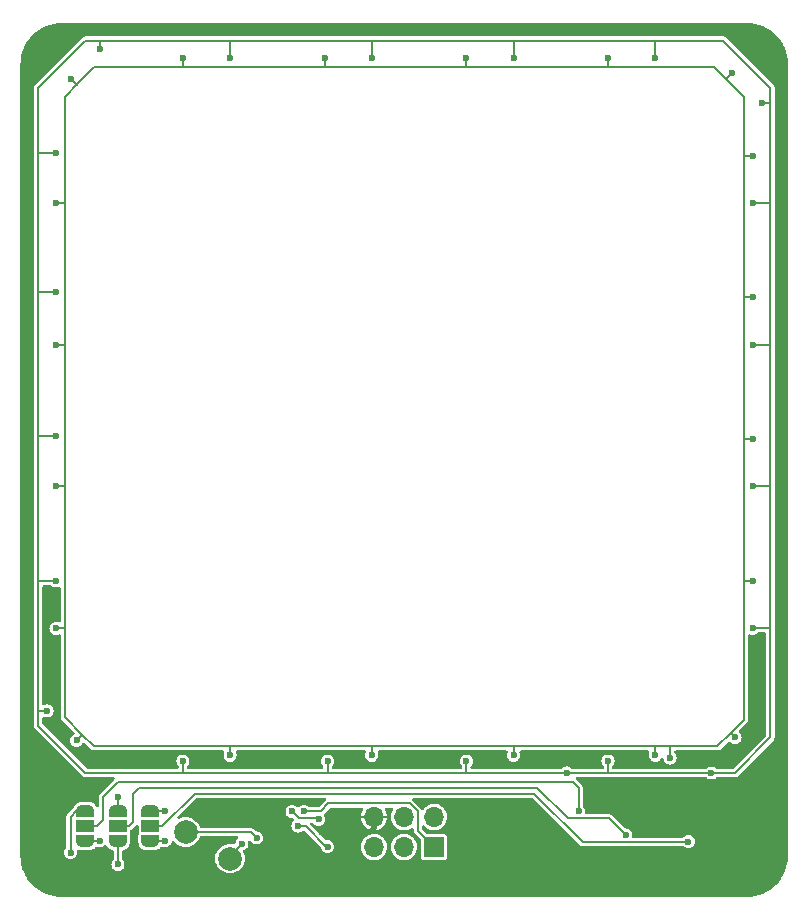
<source format=gbl>
G04 #@! TF.GenerationSoftware,KiCad,Pcbnew,8.0.5-1.fc40*
G04 #@! TF.CreationDate,2024-11-12T05:50:39-08:00*
G04 #@! TF.ProjectId,2024-supercon-sign-sao,32303234-2d73-4757-9065-72636f6e2d73,rev?*
G04 #@! TF.SameCoordinates,Original*
G04 #@! TF.FileFunction,Copper,L2,Bot*
G04 #@! TF.FilePolarity,Positive*
%FSLAX46Y46*%
G04 Gerber Fmt 4.6, Leading zero omitted, Abs format (unit mm)*
G04 Created by KiCad (PCBNEW 8.0.5-1.fc40) date 2024-11-12 05:50:39*
%MOMM*%
%LPD*%
G01*
G04 APERTURE LIST*
G04 Aperture macros list*
%AMFreePoly0*
4,1,19,0.550000,-0.750000,0.000000,-0.750000,0.000000,-0.744911,-0.071157,-0.744911,-0.207708,-0.704816,-0.327430,-0.627875,-0.420627,-0.520320,-0.479746,-0.390866,-0.500000,-0.250000,-0.500000,0.250000,-0.479746,0.390866,-0.420627,0.520320,-0.327430,0.627875,-0.207708,0.704816,-0.071157,0.744911,0.000000,0.744911,0.000000,0.750000,0.550000,0.750000,0.550000,-0.750000,0.550000,-0.750000,
$1*%
%AMFreePoly1*
4,1,19,0.000000,0.744911,0.071157,0.744911,0.207708,0.704816,0.327430,0.627875,0.420627,0.520320,0.479746,0.390866,0.500000,0.250000,0.500000,-0.250000,0.479746,-0.390866,0.420627,-0.520320,0.327430,-0.627875,0.207708,-0.704816,0.071157,-0.744911,0.000000,-0.744911,0.000000,-0.750000,-0.550000,-0.750000,-0.550000,0.750000,0.000000,0.750000,0.000000,0.744911,0.000000,0.744911,
$1*%
G04 Aperture macros list end*
G04 #@! TA.AperFunction,SMDPad,CuDef*
%ADD10FreePoly0,270.000000*%
G04 #@! TD*
G04 #@! TA.AperFunction,SMDPad,CuDef*
%ADD11R,1.500000X1.000000*%
G04 #@! TD*
G04 #@! TA.AperFunction,SMDPad,CuDef*
%ADD12FreePoly1,270.000000*%
G04 #@! TD*
G04 #@! TA.AperFunction,SMDPad,CuDef*
%ADD13C,2.000000*%
G04 #@! TD*
G04 #@! TA.AperFunction,ComponentPad*
%ADD14R,1.700000X1.700000*%
G04 #@! TD*
G04 #@! TA.AperFunction,ComponentPad*
%ADD15O,1.700000X1.700000*%
G04 #@! TD*
G04 #@! TA.AperFunction,ViaPad*
%ADD16C,0.600000*%
G04 #@! TD*
G04 #@! TA.AperFunction,Conductor*
%ADD17C,0.400000*%
G04 #@! TD*
G04 #@! TA.AperFunction,Conductor*
%ADD18C,0.200000*%
G04 #@! TD*
G04 APERTURE END LIST*
D10*
G04 #@! TO.P,JP3,1,A*
G04 #@! TO.N,/LEDCTRL2B*
X104500000Y-133200000D03*
D11*
G04 #@! TO.P,JP3,2,C*
G04 #@! TO.N,Net-(JP3-C)*
X104500000Y-134500000D03*
D12*
G04 #@! TO.P,JP3,3,B*
G04 #@! TO.N,/LEDCTRL2A*
X104500000Y-135800000D03*
G04 #@! TD*
D13*
G04 #@! TO.P,PD6,1,1*
G04 #@! TO.N,Net-(U1-PD6)*
X107500000Y-135000000D03*
G04 #@! TD*
G04 #@! TO.P,~{NRST},1,1*
G04 #@! TO.N,/~{NRST}*
X111250000Y-137250000D03*
G04 #@! TD*
D14*
G04 #@! TO.P,J1,1,Pin_1*
G04 #@! TO.N,/GPIO*
X128525000Y-136275000D03*
D15*
G04 #@! TO.P,J1,2,Pin_2*
G04 #@! TO.N,/SWIO*
X128525000Y-133735000D03*
G04 #@! TO.P,J1,3,Pin_3*
G04 #@! TO.N,/SCL*
X125985000Y-136275000D03*
G04 #@! TO.P,J1,4,Pin_4*
G04 #@! TO.N,/SDA*
X125985000Y-133735000D03*
G04 #@! TO.P,J1,5,Pin_5*
G04 #@! TO.N,GND*
X123445001Y-136275000D03*
G04 #@! TO.P,J1,6,Pin_6*
G04 #@! TO.N,+3.3V*
X123445000Y-133735000D03*
G04 #@! TD*
D10*
G04 #@! TO.P,JP1,1,A*
G04 #@! TO.N,/LEDCTRL0B*
X99000000Y-133200000D03*
D11*
G04 #@! TO.P,JP1,2,C*
G04 #@! TO.N,Net-(JP1-C)*
X99000000Y-134500000D03*
D12*
G04 #@! TO.P,JP1,3,B*
G04 #@! TO.N,/LEDCTRL0A*
X99000000Y-135800000D03*
G04 #@! TD*
D10*
G04 #@! TO.P,JP2,1,A*
G04 #@! TO.N,/LEDCTRL1B*
X101750000Y-133200000D03*
D11*
G04 #@! TO.P,JP2,2,C*
G04 #@! TO.N,Net-(JP2-C)*
X101750000Y-134500000D03*
D12*
G04 #@! TO.P,JP2,3,B*
G04 #@! TO.N,/LEDCTRL1A*
X101750000Y-135800000D03*
G04 #@! TD*
D16*
G04 #@! TO.N,+3.3V*
X147750000Y-129250000D03*
X119000000Y-135000000D03*
X132000000Y-135000000D03*
X140250000Y-128750000D03*
X104250000Y-128750000D03*
X132000000Y-133000000D03*
X132000000Y-134000000D03*
X131000000Y-137000000D03*
X136500000Y-128750000D03*
X131000000Y-134000000D03*
X132000000Y-136000000D03*
X155000000Y-127000000D03*
X124500000Y-128750000D03*
X131000000Y-136000000D03*
X132500000Y-128750000D03*
X112500000Y-128750000D03*
X143000000Y-131250000D03*
X131000000Y-135000000D03*
X151250000Y-131000000D03*
X120500000Y-128750000D03*
X100500000Y-128750000D03*
X108250000Y-128750000D03*
X132000000Y-137000000D03*
X116000000Y-128750000D03*
X147000000Y-131000000D03*
X128000000Y-128750000D03*
X131000000Y-133000000D03*
G04 #@! TO.N,/SWIO*
X118750000Y-133940000D03*
X116500000Y-133250000D03*
G04 #@! TO.N,/GPIO*
X117500000Y-133250000D03*
G04 #@! TO.N,/LEDCTRL0B*
X97750000Y-136750000D03*
G04 #@! TO.N,/LEDCTRL0A*
X100250000Y-135750000D03*
G04 #@! TO.N,Net-(JP1-C)*
X140750000Y-133250000D03*
G04 #@! TO.N,Net-(JP2-C)*
X144750000Y-135250000D03*
G04 #@! TO.N,/LEDCTRL1B*
X101750000Y-132000000D03*
G04 #@! TO.N,/LEDCTRL1A*
X101750000Y-137750000D03*
G04 #@! TO.N,Net-(JP3-C)*
X150050000Y-135809999D03*
G04 #@! TO.N,/LED0_CATHODE*
X135250000Y-69500000D03*
X131250000Y-129000000D03*
X139750000Y-130000000D03*
X155500000Y-93750000D03*
X100250000Y-68750000D03*
X119500000Y-129000000D03*
X147250000Y-69500000D03*
X107250000Y-129000000D03*
X96500000Y-77500000D03*
X155500000Y-105750000D03*
X96500000Y-101500000D03*
X143250000Y-129000000D03*
X156250000Y-73250000D03*
X111250000Y-69500000D03*
X155500000Y-81750000D03*
X155500000Y-117750000D03*
X96500000Y-89250000D03*
X152000000Y-130000000D03*
X96500000Y-113750000D03*
X123250000Y-69500000D03*
X95750000Y-124750000D03*
G04 #@! TO.N,/LED2_CATHODE*
X131250000Y-69500000D03*
X96500000Y-81750000D03*
X123250000Y-128500000D03*
X155500000Y-77750000D03*
X155500000Y-113750000D03*
X98250000Y-127250000D03*
X111250000Y-128500000D03*
X96500000Y-105750000D03*
X153750000Y-70750000D03*
X96500000Y-117750000D03*
X119250000Y-69500000D03*
X96500000Y-93750000D03*
X148500000Y-128750000D03*
X155500000Y-101750000D03*
X107250000Y-69500000D03*
X143250000Y-69500000D03*
X154000000Y-127000000D03*
X135250000Y-128500000D03*
X97750000Y-71250000D03*
X155500000Y-89750000D03*
X147250000Y-128500000D03*
G04 #@! TO.N,/~{NRST}*
X112250000Y-136000000D03*
G04 #@! TO.N,Net-(U1-PD6)*
X113500000Y-135500000D03*
G04 #@! TO.N,/LEDCTRL2A*
X105750000Y-135750000D03*
G04 #@! TO.N,/LEDCTRL2B*
X117000000Y-134500000D03*
X105750000Y-133250000D03*
X119500000Y-136250000D03*
G04 #@! TD*
D17*
G04 #@! TO.N,+3.3V*
X123445000Y-133735000D02*
X123445000Y-134555000D01*
X123000000Y-135000000D02*
X122000000Y-135000000D01*
X123000000Y-135000000D02*
X123445000Y-134555000D01*
D18*
G04 #@! TO.N,/SWIO*
X118660000Y-133850000D02*
X118750000Y-133940000D01*
X116500000Y-133250000D02*
X117100000Y-133850000D01*
X117100000Y-133850000D02*
X118660000Y-133850000D01*
G04 #@! TO.N,/GPIO*
X128525000Y-136275000D02*
X127135000Y-134885000D01*
X117500000Y-133250000D02*
X118908529Y-133250000D01*
X119573529Y-132585000D02*
X118908529Y-133250000D01*
X126461346Y-132585000D02*
X119573529Y-132585000D01*
X127135000Y-134885000D02*
X127135000Y-133258654D01*
X127135000Y-133258654D02*
X126461346Y-132585000D01*
G04 #@! TO.N,/LEDCTRL0B*
X98245000Y-133200000D02*
X99000000Y-133200000D01*
X97750000Y-133695000D02*
X98245000Y-133200000D01*
X97750000Y-136750000D02*
X97750000Y-133695000D01*
G04 #@! TO.N,/LEDCTRL0A*
X100250000Y-135750000D02*
X99050000Y-135750000D01*
X99050000Y-135750000D02*
X99000000Y-135800000D01*
G04 #@! TO.N,Net-(JP1-C)*
X100500000Y-133950000D02*
X100500000Y-132000000D01*
X99000000Y-134500000D02*
X99950000Y-134500000D01*
X99950000Y-134500000D02*
X100500000Y-133950000D01*
X140250000Y-130750000D02*
X140750000Y-131250000D01*
X140750000Y-131250000D02*
X140750000Y-133250000D01*
X100500000Y-132000000D02*
X101750000Y-130750000D01*
X101750000Y-130750000D02*
X140250000Y-130750000D01*
G04 #@! TO.N,Net-(JP2-C)*
X139850000Y-133850000D02*
X137250000Y-131250000D01*
X103500000Y-131250000D02*
X103000000Y-131750000D01*
X102700000Y-134500000D02*
X101750000Y-134500000D01*
X143350000Y-133850000D02*
X139850000Y-133850000D01*
X103000000Y-134200000D02*
X102700000Y-134500000D01*
X137250000Y-131250000D02*
X103500000Y-131250000D01*
X103000000Y-131750000D02*
X103000000Y-134200000D01*
X144750000Y-135250000D02*
X143350000Y-133850000D01*
G04 #@! TO.N,/LEDCTRL1B*
X101750000Y-132000000D02*
X101750000Y-133200000D01*
G04 #@! TO.N,/LEDCTRL1A*
X101750000Y-137750000D02*
X101750000Y-135800000D01*
G04 #@! TO.N,Net-(JP3-C)*
X137000000Y-131750000D02*
X141100000Y-135850000D01*
X141100000Y-135850000D02*
X150009999Y-135850000D01*
X104500000Y-134500000D02*
X105500000Y-134500000D01*
X108250000Y-131750000D02*
X137000000Y-131750000D01*
X150009999Y-135850000D02*
X150050000Y-135809999D01*
X105500000Y-134500000D02*
X108250000Y-131750000D01*
G04 #@! TO.N,/LED0_CATHODE*
X95000000Y-124750000D02*
X95000000Y-126000000D01*
X119500000Y-129000000D02*
X119500000Y-130000000D01*
X95000000Y-72000000D02*
X99000000Y-68000000D01*
X131250000Y-129000000D02*
X131250000Y-130000000D01*
X154000000Y-130000000D02*
X157000000Y-127000000D01*
X147250000Y-68000000D02*
X135250000Y-68000000D01*
X135250000Y-68000000D02*
X123250000Y-68000000D01*
X96500000Y-113750000D02*
X95000000Y-113750000D01*
X95750000Y-124750000D02*
X95000000Y-124750000D01*
X99000000Y-130000000D02*
X107250000Y-130000000D01*
X155500000Y-105750000D02*
X157000000Y-105750000D01*
X157000000Y-73250000D02*
X157000000Y-72000000D01*
X155500000Y-117750000D02*
X157000000Y-117750000D01*
X152000000Y-130000000D02*
X154000000Y-130000000D01*
X107250000Y-130000000D02*
X119500000Y-130000000D01*
X157000000Y-93750000D02*
X157000000Y-81750000D01*
X135250000Y-69500000D02*
X135250000Y-68000000D01*
X111250000Y-69500000D02*
X111250000Y-68000000D01*
X123250000Y-68000000D02*
X111250000Y-68000000D01*
X157000000Y-105750000D02*
X157000000Y-93750000D01*
X96500000Y-101500000D02*
X95000000Y-101500000D01*
X156250000Y-73250000D02*
X157000000Y-73250000D01*
X99000000Y-68000000D02*
X100250000Y-68000000D01*
X153000000Y-68000000D02*
X147250000Y-68000000D01*
X96500000Y-77500000D02*
X95000000Y-77500000D01*
X131250000Y-130000000D02*
X139750000Y-130000000D01*
X143250000Y-130000000D02*
X152000000Y-130000000D01*
X100250000Y-68750000D02*
X100250000Y-68000000D01*
X155500000Y-93750000D02*
X157000000Y-93750000D01*
X107250000Y-129000000D02*
X107250000Y-130000000D01*
X157000000Y-127000000D02*
X157000000Y-117750000D01*
X119500000Y-130000000D02*
X131250000Y-130000000D01*
X96500000Y-89250000D02*
X95000000Y-89250000D01*
X155500000Y-81750000D02*
X157000000Y-81750000D01*
X95000000Y-126000000D02*
X99000000Y-130000000D01*
X147250000Y-69500000D02*
X147250000Y-68000000D01*
X123250000Y-69500000D02*
X123250000Y-68000000D01*
X95000000Y-77500000D02*
X95000000Y-72000000D01*
X95000000Y-89250000D02*
X95000000Y-101500000D01*
X95000000Y-113750000D02*
X95000000Y-124750000D01*
X111250000Y-68000000D02*
X100250000Y-68000000D01*
X139750000Y-130000000D02*
X143250000Y-130000000D01*
X95000000Y-89250000D02*
X95000000Y-77500000D01*
X157000000Y-72000000D02*
X153000000Y-68000000D01*
X95000000Y-101500000D02*
X95000000Y-113750000D01*
X143250000Y-129000000D02*
X143250000Y-130000000D01*
X157000000Y-117750000D02*
X157000000Y-105750000D01*
X157000000Y-81750000D02*
X157000000Y-73250000D01*
G04 #@! TO.N,/LED2_CATHODE*
X147250000Y-127750000D02*
X148500000Y-127750000D01*
X98750000Y-126750000D02*
X98250000Y-127250000D01*
X154750000Y-113750000D02*
X154750000Y-101750000D01*
X123250000Y-127750000D02*
X135250000Y-127750000D01*
X97250000Y-105750000D02*
X96500000Y-105750000D01*
X97250000Y-105750000D02*
X97250000Y-117750000D01*
X153250000Y-71250000D02*
X152250000Y-70250000D01*
X96500000Y-81750000D02*
X97250000Y-81750000D01*
X154750000Y-72750000D02*
X154750000Y-77750000D01*
X154750000Y-89750000D02*
X155500000Y-89750000D01*
X97250000Y-117750000D02*
X97250000Y-125250000D01*
X135250000Y-127750000D02*
X147250000Y-127750000D01*
X154750000Y-125500000D02*
X154750000Y-113750000D01*
X119250000Y-70250000D02*
X99750000Y-70250000D01*
X99750000Y-70250000D02*
X98375000Y-71625000D01*
X152500000Y-127750000D02*
X153625000Y-126625000D01*
X148500000Y-127750000D02*
X152500000Y-127750000D01*
X147250000Y-127750000D02*
X147250000Y-128500000D01*
X98375000Y-71625000D02*
X98250000Y-71750000D01*
X97250000Y-81750000D02*
X97250000Y-72750000D01*
X97250000Y-81750000D02*
X97250000Y-93750000D01*
X97250000Y-125250000D02*
X98750000Y-126750000D01*
X111250000Y-127750000D02*
X123250000Y-127750000D01*
X154750000Y-89750000D02*
X154750000Y-77750000D01*
X153625000Y-126625000D02*
X154750000Y-125500000D01*
X131250000Y-70250000D02*
X119250000Y-70250000D01*
X143250000Y-70250000D02*
X131250000Y-70250000D01*
X97250000Y-117750000D02*
X96500000Y-117750000D01*
X111250000Y-127750000D02*
X111250000Y-128500000D01*
X154750000Y-113750000D02*
X155500000Y-113750000D01*
X97750000Y-71250000D02*
X98250000Y-71750000D01*
X153250000Y-71250000D02*
X154750000Y-72750000D01*
X154750000Y-77750000D02*
X155500000Y-77750000D01*
X97250000Y-72750000D02*
X98375000Y-71625000D01*
X154750000Y-101750000D02*
X154750000Y-89750000D01*
X97250000Y-93750000D02*
X97250000Y-105750000D01*
X153750000Y-70750000D02*
X153250000Y-71250000D01*
X98750000Y-126750000D02*
X99750000Y-127750000D01*
X107250000Y-69500000D02*
X107250000Y-70250000D01*
X131250000Y-69500000D02*
X131250000Y-70250000D01*
X99750000Y-127750000D02*
X111250000Y-127750000D01*
X152250000Y-70250000D02*
X143250000Y-70250000D01*
X123250000Y-127750000D02*
X123250000Y-128500000D01*
X97250000Y-93750000D02*
X96500000Y-93750000D01*
X154750000Y-101750000D02*
X155500000Y-101750000D01*
X148500000Y-128750000D02*
X148500000Y-127750000D01*
X135250000Y-127750000D02*
X135250000Y-128500000D01*
X119250000Y-69500000D02*
X119250000Y-70250000D01*
X153625000Y-126625000D02*
X154000000Y-127000000D01*
X143250000Y-69500000D02*
X143250000Y-70250000D01*
G04 #@! TO.N,/~{NRST}*
X111250000Y-137250000D02*
X111250000Y-137000000D01*
X111250000Y-137000000D02*
X112250000Y-136000000D01*
G04 #@! TO.N,Net-(U1-PD6)*
X113000000Y-135000000D02*
X107500000Y-135000000D01*
X113500000Y-135500000D02*
X113000000Y-135000000D01*
G04 #@! TO.N,/LEDCTRL2A*
X105750000Y-135750000D02*
X104550000Y-135750000D01*
X104550000Y-135750000D02*
X104500000Y-135800000D01*
G04 #@! TO.N,/LEDCTRL2B*
X119401471Y-136250000D02*
X117651471Y-134500000D01*
X117651471Y-134500000D02*
X117000000Y-134500000D01*
X119500000Y-136250000D02*
X119401471Y-136250000D01*
X105750000Y-133250000D02*
X104550000Y-133250000D01*
X104550000Y-133250000D02*
X104500000Y-133200000D01*
G04 #@! TD*
G04 #@! TA.AperFunction,Conductor*
G04 #@! TO.N,+3.3V*
G36*
X96080947Y-114120185D02*
G01*
X96100412Y-114138086D01*
X96101628Y-114136871D01*
X96107372Y-114142615D01*
X96107377Y-114142619D01*
X96107379Y-114142621D01*
X96222375Y-114230861D01*
X96222376Y-114230861D01*
X96222377Y-114230862D01*
X96267013Y-114249350D01*
X96356291Y-114286330D01*
X96483280Y-114303048D01*
X96499999Y-114305250D01*
X96500000Y-114305250D01*
X96500001Y-114305250D01*
X96514977Y-114303278D01*
X96643709Y-114286330D01*
X96728048Y-114251395D01*
X96797517Y-114243927D01*
X96859996Y-114275202D01*
X96895648Y-114335291D01*
X96899500Y-114365957D01*
X96899500Y-117134042D01*
X96879815Y-117201081D01*
X96827011Y-117246836D01*
X96757853Y-117256780D01*
X96728049Y-117248604D01*
X96696046Y-117235348D01*
X96643709Y-117213670D01*
X96548088Y-117201081D01*
X96500001Y-117194750D01*
X96499999Y-117194750D01*
X96356291Y-117213670D01*
X96356287Y-117213671D01*
X96222377Y-117269137D01*
X96107379Y-117357379D01*
X96019137Y-117472377D01*
X95963671Y-117606287D01*
X95963670Y-117606291D01*
X95944750Y-117749999D01*
X95944750Y-117750000D01*
X95963670Y-117893708D01*
X95963671Y-117893712D01*
X96019137Y-118027622D01*
X96019138Y-118027624D01*
X96019139Y-118027625D01*
X96107379Y-118142621D01*
X96222375Y-118230861D01*
X96222376Y-118230861D01*
X96222377Y-118230862D01*
X96267013Y-118249350D01*
X96356291Y-118286330D01*
X96483280Y-118303048D01*
X96499999Y-118305250D01*
X96500000Y-118305250D01*
X96500001Y-118305250D01*
X96514977Y-118303278D01*
X96643709Y-118286330D01*
X96728048Y-118251395D01*
X96797517Y-118243927D01*
X96859996Y-118275202D01*
X96895648Y-118335291D01*
X96899500Y-118365957D01*
X96899500Y-125296144D01*
X96901459Y-125303455D01*
X96917858Y-125364657D01*
X96917874Y-125364714D01*
X96923386Y-125385289D01*
X96969527Y-125465208D01*
X96969529Y-125465211D01*
X96969530Y-125465212D01*
X97550462Y-126046144D01*
X98054048Y-126549729D01*
X98087533Y-126611052D01*
X98082549Y-126680744D01*
X98040677Y-126736677D01*
X98013822Y-126751970D01*
X97972377Y-126769137D01*
X97857379Y-126857379D01*
X97769137Y-126972377D01*
X97713671Y-127106287D01*
X97713670Y-127106291D01*
X97699331Y-127215208D01*
X97694750Y-127250000D01*
X97713526Y-127392619D01*
X97713670Y-127393708D01*
X97713671Y-127393712D01*
X97769137Y-127527622D01*
X97769138Y-127527623D01*
X97769139Y-127527625D01*
X97857379Y-127642621D01*
X97972375Y-127730861D01*
X98106291Y-127786330D01*
X98233280Y-127803048D01*
X98249999Y-127805250D01*
X98250000Y-127805250D01*
X98250001Y-127805250D01*
X98264977Y-127803278D01*
X98393709Y-127786330D01*
X98527625Y-127730861D01*
X98642621Y-127642621D01*
X98730861Y-127527625D01*
X98748028Y-127486179D01*
X98791865Y-127431778D01*
X98858159Y-127409711D01*
X98925859Y-127426989D01*
X98950269Y-127445951D01*
X99534788Y-128030470D01*
X99614712Y-128076614D01*
X99703856Y-128100500D01*
X99703857Y-128100500D01*
X99796144Y-128100500D01*
X110634043Y-128100500D01*
X110701082Y-128120185D01*
X110746837Y-128172989D01*
X110756781Y-128242147D01*
X110748604Y-128271952D01*
X110713671Y-128356287D01*
X110713670Y-128356291D01*
X110694750Y-128499999D01*
X110694750Y-128500000D01*
X110713670Y-128643708D01*
X110713671Y-128643712D01*
X110769137Y-128777622D01*
X110769138Y-128777624D01*
X110769139Y-128777625D01*
X110857379Y-128892621D01*
X110972375Y-128980861D01*
X111106291Y-129036330D01*
X111233280Y-129053048D01*
X111249999Y-129055250D01*
X111250000Y-129055250D01*
X111250001Y-129055250D01*
X111264977Y-129053278D01*
X111393709Y-129036330D01*
X111527625Y-128980861D01*
X111642621Y-128892621D01*
X111730861Y-128777625D01*
X111786330Y-128643709D01*
X111805250Y-128500000D01*
X111786330Y-128356291D01*
X111751395Y-128271951D01*
X111743927Y-128202483D01*
X111775202Y-128140004D01*
X111835291Y-128104352D01*
X111865957Y-128100500D01*
X122634043Y-128100500D01*
X122701082Y-128120185D01*
X122746837Y-128172989D01*
X122756781Y-128242147D01*
X122748604Y-128271952D01*
X122713671Y-128356287D01*
X122713670Y-128356291D01*
X122694750Y-128499999D01*
X122694750Y-128500000D01*
X122713670Y-128643708D01*
X122713671Y-128643712D01*
X122769137Y-128777622D01*
X122769138Y-128777624D01*
X122769139Y-128777625D01*
X122857379Y-128892621D01*
X122972375Y-128980861D01*
X123106291Y-129036330D01*
X123233280Y-129053048D01*
X123249999Y-129055250D01*
X123250000Y-129055250D01*
X123250001Y-129055250D01*
X123264977Y-129053278D01*
X123393709Y-129036330D01*
X123527625Y-128980861D01*
X123642621Y-128892621D01*
X123730861Y-128777625D01*
X123786330Y-128643709D01*
X123805250Y-128500000D01*
X123786330Y-128356291D01*
X123751395Y-128271951D01*
X123743927Y-128202483D01*
X123775202Y-128140004D01*
X123835291Y-128104352D01*
X123865957Y-128100500D01*
X134634043Y-128100500D01*
X134701082Y-128120185D01*
X134746837Y-128172989D01*
X134756781Y-128242147D01*
X134748604Y-128271952D01*
X134713671Y-128356287D01*
X134713670Y-128356291D01*
X134694750Y-128499999D01*
X134694750Y-128500000D01*
X134713670Y-128643708D01*
X134713671Y-128643712D01*
X134769137Y-128777622D01*
X134769138Y-128777624D01*
X134769139Y-128777625D01*
X134857379Y-128892621D01*
X134972375Y-128980861D01*
X135106291Y-129036330D01*
X135233280Y-129053048D01*
X135249999Y-129055250D01*
X135250000Y-129055250D01*
X135250001Y-129055250D01*
X135264977Y-129053278D01*
X135393709Y-129036330D01*
X135527625Y-128980861D01*
X135642621Y-128892621D01*
X135730861Y-128777625D01*
X135786330Y-128643709D01*
X135805250Y-128500000D01*
X135786330Y-128356291D01*
X135751395Y-128271951D01*
X135743927Y-128202483D01*
X135775202Y-128140004D01*
X135835291Y-128104352D01*
X135865957Y-128100500D01*
X146634043Y-128100500D01*
X146701082Y-128120185D01*
X146746837Y-128172989D01*
X146756781Y-128242147D01*
X146748604Y-128271952D01*
X146713671Y-128356287D01*
X146713670Y-128356291D01*
X146694750Y-128499999D01*
X146694750Y-128500000D01*
X146713670Y-128643708D01*
X146713671Y-128643712D01*
X146769137Y-128777622D01*
X146769138Y-128777624D01*
X146769139Y-128777625D01*
X146857379Y-128892621D01*
X146972375Y-128980861D01*
X147106291Y-129036330D01*
X147233280Y-129053048D01*
X147249999Y-129055250D01*
X147250000Y-129055250D01*
X147250001Y-129055250D01*
X147264977Y-129053278D01*
X147393709Y-129036330D01*
X147527625Y-128980861D01*
X147642621Y-128892621D01*
X147730861Y-128777625D01*
X147730862Y-128777622D01*
X147734290Y-128773155D01*
X147790718Y-128731952D01*
X147860464Y-128727797D01*
X147921384Y-128762009D01*
X147954137Y-128823726D01*
X147955605Y-128832454D01*
X147961924Y-128880448D01*
X147963526Y-128892619D01*
X147963670Y-128893708D01*
X147963671Y-128893712D01*
X148019137Y-129027622D01*
X148019138Y-129027624D01*
X148019139Y-129027625D01*
X148107379Y-129142621D01*
X148222375Y-129230861D01*
X148356291Y-129286330D01*
X148483280Y-129303048D01*
X148499999Y-129305250D01*
X148500000Y-129305250D01*
X148500001Y-129305250D01*
X148514977Y-129303278D01*
X148643709Y-129286330D01*
X148777625Y-129230861D01*
X148892621Y-129142621D01*
X148980861Y-129027625D01*
X149036330Y-128893709D01*
X149055250Y-128750000D01*
X149036330Y-128606291D01*
X148999350Y-128517013D01*
X148980862Y-128472377D01*
X148980861Y-128472376D01*
X148980861Y-128472375D01*
X148892621Y-128357379D01*
X148892619Y-128357377D01*
X148892615Y-128357372D01*
X148886871Y-128351628D01*
X148889387Y-128349111D01*
X148857797Y-128305817D01*
X148850500Y-128263908D01*
X148850500Y-128224500D01*
X148870185Y-128157461D01*
X148922989Y-128111706D01*
X148974500Y-128100500D01*
X152546142Y-128100500D01*
X152546144Y-128100500D01*
X152635288Y-128076614D01*
X152715212Y-128030470D01*
X153396980Y-127348699D01*
X153458301Y-127315216D01*
X153527992Y-127320200D01*
X153583033Y-127360893D01*
X153607379Y-127392621D01*
X153722375Y-127480861D01*
X153856291Y-127536330D01*
X153983280Y-127553048D01*
X153999999Y-127555250D01*
X154000000Y-127555250D01*
X154000001Y-127555250D01*
X154014977Y-127553278D01*
X154143709Y-127536330D01*
X154277625Y-127480861D01*
X154392621Y-127392621D01*
X154480861Y-127277625D01*
X154536330Y-127143709D01*
X154555250Y-127000000D01*
X154536330Y-126856291D01*
X154499350Y-126767013D01*
X154480862Y-126722377D01*
X154480861Y-126722376D01*
X154480861Y-126722375D01*
X154392621Y-126607379D01*
X154392619Y-126607378D01*
X154392619Y-126607377D01*
X154378458Y-126596512D01*
X154360895Y-126583034D01*
X154319693Y-126526608D01*
X154315538Y-126456862D01*
X154348699Y-126396981D01*
X155030469Y-125715212D01*
X155076614Y-125635288D01*
X155085935Y-125600500D01*
X155100500Y-125546144D01*
X155100500Y-118365957D01*
X155120185Y-118298918D01*
X155172989Y-118253163D01*
X155242147Y-118243219D01*
X155271950Y-118251395D01*
X155356291Y-118286330D01*
X155483280Y-118303048D01*
X155499999Y-118305250D01*
X155500000Y-118305250D01*
X155500001Y-118305250D01*
X155514977Y-118303278D01*
X155643709Y-118286330D01*
X155777625Y-118230861D01*
X155892621Y-118142621D01*
X155892623Y-118142617D01*
X155892627Y-118142615D01*
X155898372Y-118136871D01*
X155900888Y-118139387D01*
X155944183Y-118107797D01*
X155986092Y-118100500D01*
X156525500Y-118100500D01*
X156592539Y-118120185D01*
X156638294Y-118172989D01*
X156649500Y-118224500D01*
X156649500Y-126803456D01*
X156629815Y-126870495D01*
X156613181Y-126891137D01*
X153891137Y-129613181D01*
X153829814Y-129646666D01*
X153803456Y-129649500D01*
X152486092Y-129649500D01*
X152419053Y-129629815D01*
X152399587Y-129611913D01*
X152398372Y-129613129D01*
X152392627Y-129607384D01*
X152392621Y-129607379D01*
X152277625Y-129519139D01*
X152277624Y-129519138D01*
X152277622Y-129519137D01*
X152143712Y-129463671D01*
X152143710Y-129463670D01*
X152143709Y-129463670D01*
X152071854Y-129454210D01*
X152000001Y-129444750D01*
X151999999Y-129444750D01*
X151856291Y-129463670D01*
X151856287Y-129463671D01*
X151722377Y-129519137D01*
X151607372Y-129607384D01*
X151601628Y-129613129D01*
X151599111Y-129610612D01*
X151555817Y-129642203D01*
X151513908Y-129649500D01*
X143724500Y-129649500D01*
X143657461Y-129629815D01*
X143611706Y-129577011D01*
X143600500Y-129525500D01*
X143600500Y-129486092D01*
X143620185Y-129419053D01*
X143638114Y-129399609D01*
X143636874Y-129398369D01*
X143642619Y-129392623D01*
X143709663Y-129305250D01*
X143730861Y-129277625D01*
X143786330Y-129143709D01*
X143805250Y-129000000D01*
X143786330Y-128856291D01*
X143747278Y-128762009D01*
X143730862Y-128722377D01*
X143730861Y-128722376D01*
X143730861Y-128722375D01*
X143642621Y-128607379D01*
X143527625Y-128519139D01*
X143527624Y-128519138D01*
X143527622Y-128519137D01*
X143393712Y-128463671D01*
X143393710Y-128463670D01*
X143393709Y-128463670D01*
X143321854Y-128454210D01*
X143250001Y-128444750D01*
X143249999Y-128444750D01*
X143106291Y-128463670D01*
X143106287Y-128463671D01*
X142972377Y-128519137D01*
X142857379Y-128607379D01*
X142769137Y-128722377D01*
X142713671Y-128856287D01*
X142713670Y-128856291D01*
X142694750Y-128999999D01*
X142694750Y-129000000D01*
X142713670Y-129143708D01*
X142713671Y-129143712D01*
X142769138Y-129277623D01*
X142769139Y-129277625D01*
X142857380Y-129392623D01*
X142863126Y-129398369D01*
X142860574Y-129400920D01*
X142892091Y-129443873D01*
X142899500Y-129486092D01*
X142899500Y-129525500D01*
X142879815Y-129592539D01*
X142827011Y-129638294D01*
X142775500Y-129649500D01*
X140236092Y-129649500D01*
X140169053Y-129629815D01*
X140149587Y-129611913D01*
X140148372Y-129613129D01*
X140142627Y-129607384D01*
X140142621Y-129607379D01*
X140027625Y-129519139D01*
X140027624Y-129519138D01*
X140027622Y-129519137D01*
X139893712Y-129463671D01*
X139893710Y-129463670D01*
X139893709Y-129463670D01*
X139821854Y-129454210D01*
X139750001Y-129444750D01*
X139749999Y-129444750D01*
X139606291Y-129463670D01*
X139606287Y-129463671D01*
X139472377Y-129519137D01*
X139357372Y-129607384D01*
X139351628Y-129613129D01*
X139349111Y-129610612D01*
X139305817Y-129642203D01*
X139263908Y-129649500D01*
X131724500Y-129649500D01*
X131657461Y-129629815D01*
X131611706Y-129577011D01*
X131600500Y-129525500D01*
X131600500Y-129486092D01*
X131620185Y-129419053D01*
X131638114Y-129399609D01*
X131636874Y-129398369D01*
X131642619Y-129392623D01*
X131709663Y-129305250D01*
X131730861Y-129277625D01*
X131786330Y-129143709D01*
X131805250Y-129000000D01*
X131786330Y-128856291D01*
X131747278Y-128762009D01*
X131730862Y-128722377D01*
X131730861Y-128722376D01*
X131730861Y-128722375D01*
X131642621Y-128607379D01*
X131527625Y-128519139D01*
X131527624Y-128519138D01*
X131527622Y-128519137D01*
X131393712Y-128463671D01*
X131393710Y-128463670D01*
X131393709Y-128463670D01*
X131321854Y-128454210D01*
X131250001Y-128444750D01*
X131249999Y-128444750D01*
X131106291Y-128463670D01*
X131106287Y-128463671D01*
X130972377Y-128519137D01*
X130857379Y-128607379D01*
X130769137Y-128722377D01*
X130713671Y-128856287D01*
X130713670Y-128856291D01*
X130694750Y-128999999D01*
X130694750Y-129000000D01*
X130713670Y-129143708D01*
X130713671Y-129143712D01*
X130769138Y-129277623D01*
X130769139Y-129277625D01*
X130857380Y-129392623D01*
X130863126Y-129398369D01*
X130860574Y-129400920D01*
X130892091Y-129443873D01*
X130899500Y-129486092D01*
X130899500Y-129525500D01*
X130879815Y-129592539D01*
X130827011Y-129638294D01*
X130775500Y-129649500D01*
X119974500Y-129649500D01*
X119907461Y-129629815D01*
X119861706Y-129577011D01*
X119850500Y-129525500D01*
X119850500Y-129486092D01*
X119870185Y-129419053D01*
X119888114Y-129399609D01*
X119886874Y-129398369D01*
X119892619Y-129392623D01*
X119959663Y-129305250D01*
X119980861Y-129277625D01*
X120036330Y-129143709D01*
X120055250Y-129000000D01*
X120036330Y-128856291D01*
X119997278Y-128762009D01*
X119980862Y-128722377D01*
X119980861Y-128722376D01*
X119980861Y-128722375D01*
X119892621Y-128607379D01*
X119777625Y-128519139D01*
X119777624Y-128519138D01*
X119777622Y-128519137D01*
X119643712Y-128463671D01*
X119643710Y-128463670D01*
X119643709Y-128463670D01*
X119571854Y-128454210D01*
X119500001Y-128444750D01*
X119499999Y-128444750D01*
X119356291Y-128463670D01*
X119356287Y-128463671D01*
X119222377Y-128519137D01*
X119107379Y-128607379D01*
X119019137Y-128722377D01*
X118963671Y-128856287D01*
X118963670Y-128856291D01*
X118944750Y-128999999D01*
X118944750Y-129000000D01*
X118963670Y-129143708D01*
X118963671Y-129143712D01*
X119019138Y-129277623D01*
X119019139Y-129277625D01*
X119107380Y-129392623D01*
X119113126Y-129398369D01*
X119110574Y-129400920D01*
X119142091Y-129443873D01*
X119149500Y-129486092D01*
X119149500Y-129525500D01*
X119129815Y-129592539D01*
X119077011Y-129638294D01*
X119025500Y-129649500D01*
X107724500Y-129649500D01*
X107657461Y-129629815D01*
X107611706Y-129577011D01*
X107600500Y-129525500D01*
X107600500Y-129486092D01*
X107620185Y-129419053D01*
X107638114Y-129399609D01*
X107636874Y-129398369D01*
X107642619Y-129392623D01*
X107709663Y-129305250D01*
X107730861Y-129277625D01*
X107786330Y-129143709D01*
X107805250Y-129000000D01*
X107786330Y-128856291D01*
X107747278Y-128762009D01*
X107730862Y-128722377D01*
X107730861Y-128722376D01*
X107730861Y-128722375D01*
X107642621Y-128607379D01*
X107527625Y-128519139D01*
X107527624Y-128519138D01*
X107527622Y-128519137D01*
X107393712Y-128463671D01*
X107393710Y-128463670D01*
X107393709Y-128463670D01*
X107321854Y-128454210D01*
X107250001Y-128444750D01*
X107249999Y-128444750D01*
X107106291Y-128463670D01*
X107106287Y-128463671D01*
X106972377Y-128519137D01*
X106857379Y-128607379D01*
X106769137Y-128722377D01*
X106713671Y-128856287D01*
X106713670Y-128856291D01*
X106694750Y-128999999D01*
X106694750Y-129000000D01*
X106713670Y-129143708D01*
X106713671Y-129143712D01*
X106769138Y-129277623D01*
X106769139Y-129277625D01*
X106857380Y-129392623D01*
X106863126Y-129398369D01*
X106860574Y-129400920D01*
X106892091Y-129443873D01*
X106899500Y-129486092D01*
X106899500Y-129525500D01*
X106879815Y-129592539D01*
X106827011Y-129638294D01*
X106775500Y-129649500D01*
X99196543Y-129649500D01*
X99129504Y-129629815D01*
X99108862Y-129613181D01*
X95386819Y-125891137D01*
X95353334Y-125829814D01*
X95350500Y-125803456D01*
X95350500Y-125365957D01*
X95370185Y-125298918D01*
X95422989Y-125253163D01*
X95492147Y-125243219D01*
X95521950Y-125251395D01*
X95606291Y-125286330D01*
X95733280Y-125303048D01*
X95749999Y-125305250D01*
X95750000Y-125305250D01*
X95750001Y-125305250D01*
X95764977Y-125303278D01*
X95893709Y-125286330D01*
X96027625Y-125230861D01*
X96142621Y-125142621D01*
X96230861Y-125027625D01*
X96286330Y-124893709D01*
X96305250Y-124750000D01*
X96286330Y-124606291D01*
X96230861Y-124472375D01*
X96142621Y-124357379D01*
X96027625Y-124269139D01*
X96027624Y-124269138D01*
X96027622Y-124269137D01*
X95893712Y-124213671D01*
X95893710Y-124213670D01*
X95893709Y-124213670D01*
X95821854Y-124204210D01*
X95750001Y-124194750D01*
X95749999Y-124194750D01*
X95606291Y-124213670D01*
X95521951Y-124248604D01*
X95452482Y-124256072D01*
X95390003Y-124224796D01*
X95354351Y-124164707D01*
X95350500Y-124134042D01*
X95350500Y-114224500D01*
X95370185Y-114157461D01*
X95422989Y-114111706D01*
X95474500Y-114100500D01*
X96013908Y-114100500D01*
X96080947Y-114120185D01*
G37*
G04 #@! TD.AperFunction*
G04 #@! TA.AperFunction,Conductor*
G36*
X155003032Y-66500648D02*
G01*
X155336929Y-66517052D01*
X155349037Y-66518245D01*
X155452146Y-66533539D01*
X155676699Y-66566849D01*
X155688617Y-66569219D01*
X156009951Y-66649709D01*
X156021588Y-66653240D01*
X156092806Y-66678722D01*
X156333467Y-66764832D01*
X156344688Y-66769479D01*
X156644163Y-66911120D01*
X156654871Y-66916844D01*
X156938988Y-67087137D01*
X156949106Y-67093897D01*
X157215170Y-67291224D01*
X157224576Y-67298944D01*
X157470013Y-67521395D01*
X157478604Y-67529986D01*
X157586925Y-67649500D01*
X157701055Y-67775423D01*
X157708775Y-67784829D01*
X157906102Y-68050893D01*
X157912862Y-68061011D01*
X158041776Y-68276092D01*
X158083148Y-68345116D01*
X158088883Y-68355844D01*
X158153349Y-68492147D01*
X158230514Y-68655297D01*
X158235170Y-68666540D01*
X158346759Y-68978411D01*
X158350292Y-68990055D01*
X158430777Y-69311369D01*
X158433151Y-69323305D01*
X158481754Y-69650962D01*
X158482947Y-69663071D01*
X158499351Y-69996966D01*
X158499500Y-70003051D01*
X158499500Y-136996948D01*
X158499351Y-137003033D01*
X158482947Y-137336928D01*
X158481754Y-137349037D01*
X158433151Y-137676694D01*
X158430777Y-137688630D01*
X158350292Y-138009944D01*
X158346759Y-138021588D01*
X158235170Y-138333459D01*
X158230514Y-138344702D01*
X158088885Y-138644151D01*
X158083148Y-138654883D01*
X157912862Y-138938988D01*
X157906102Y-138949106D01*
X157708775Y-139215170D01*
X157701055Y-139224576D01*
X157478611Y-139470006D01*
X157470006Y-139478611D01*
X157224576Y-139701055D01*
X157215170Y-139708775D01*
X156949106Y-139906102D01*
X156938988Y-139912862D01*
X156654883Y-140083148D01*
X156644151Y-140088885D01*
X156344702Y-140230514D01*
X156333459Y-140235170D01*
X156021588Y-140346759D01*
X156009944Y-140350292D01*
X155688630Y-140430777D01*
X155676694Y-140433151D01*
X155349037Y-140481754D01*
X155336928Y-140482947D01*
X155021989Y-140498419D01*
X155003031Y-140499351D01*
X154996949Y-140499500D01*
X97003051Y-140499500D01*
X96996968Y-140499351D01*
X96976900Y-140498365D01*
X96663071Y-140482947D01*
X96650962Y-140481754D01*
X96323305Y-140433151D01*
X96311369Y-140430777D01*
X95990055Y-140350292D01*
X95978411Y-140346759D01*
X95666540Y-140235170D01*
X95655301Y-140230515D01*
X95355844Y-140088883D01*
X95345121Y-140083150D01*
X95061011Y-139912862D01*
X95050893Y-139906102D01*
X94784829Y-139708775D01*
X94775423Y-139701055D01*
X94736475Y-139665755D01*
X94529986Y-139478604D01*
X94521395Y-139470013D01*
X94298944Y-139224576D01*
X94291224Y-139215170D01*
X94093897Y-138949106D01*
X94087137Y-138938988D01*
X93916844Y-138654871D01*
X93911120Y-138644163D01*
X93769479Y-138344688D01*
X93764829Y-138333459D01*
X93747965Y-138286328D01*
X93665868Y-138056881D01*
X93653240Y-138021588D01*
X93649707Y-138009944D01*
X93640958Y-137975015D01*
X93569219Y-137688617D01*
X93566848Y-137676694D01*
X93518245Y-137349037D01*
X93517052Y-137336927D01*
X93513486Y-137264348D01*
X93500649Y-137003032D01*
X93500500Y-136996948D01*
X93500500Y-71953856D01*
X94649500Y-71953856D01*
X94649500Y-126046143D01*
X94673386Y-126135287D01*
X94673387Y-126135290D01*
X94719527Y-126215208D01*
X94719529Y-126215211D01*
X94719530Y-126215212D01*
X98719531Y-130215212D01*
X98784788Y-130280469D01*
X98784791Y-130280470D01*
X98784794Y-130280473D01*
X98864706Y-130326611D01*
X98864707Y-130326611D01*
X98864712Y-130326614D01*
X98953856Y-130350500D01*
X101354456Y-130350500D01*
X101421495Y-130370185D01*
X101467250Y-130422989D01*
X101477194Y-130492147D01*
X101448169Y-130555703D01*
X101442137Y-130562181D01*
X100219531Y-131784785D01*
X100219530Y-131784787D01*
X100214053Y-131794274D01*
X100212974Y-131796144D01*
X100207455Y-131805703D01*
X100173386Y-131864711D01*
X100149500Y-131953856D01*
X100149500Y-132779926D01*
X100129815Y-132846965D01*
X100077011Y-132892720D01*
X100007853Y-132902664D01*
X99944297Y-132873639D01*
X99921185Y-132846966D01*
X99846702Y-132731069D01*
X99799077Y-132676106D01*
X99690427Y-132581961D01*
X99690418Y-132581955D01*
X99690416Y-132581953D01*
X99654131Y-132558634D01*
X99629243Y-132542639D01*
X99629227Y-132542630D01*
X99498457Y-132482910D01*
X99498458Y-132482910D01*
X99428671Y-132462419D01*
X99302332Y-132444255D01*
X99286362Y-132441959D01*
X99213639Y-132441959D01*
X99213635Y-132441959D01*
X99204742Y-132443238D01*
X99187097Y-132444500D01*
X98812903Y-132444500D01*
X98795258Y-132443238D01*
X98786364Y-132441959D01*
X98786361Y-132441959D01*
X98713638Y-132441959D01*
X98571328Y-132462419D01*
X98501542Y-132482910D01*
X98370772Y-132542630D01*
X98370756Y-132542639D01*
X98309588Y-132581950D01*
X98309572Y-132581961D01*
X98200922Y-132676106D01*
X98153297Y-132731069D01*
X98075565Y-132852022D01*
X98065619Y-132873801D01*
X98034564Y-132912814D01*
X98035534Y-132913784D01*
X97469531Y-133479786D01*
X97469527Y-133479791D01*
X97423387Y-133559709D01*
X97423386Y-133559712D01*
X97399500Y-133648856D01*
X97399500Y-136263908D01*
X97379815Y-136330947D01*
X97361913Y-136350412D01*
X97363129Y-136351628D01*
X97357384Y-136357372D01*
X97269137Y-136472377D01*
X97213671Y-136606287D01*
X97213670Y-136606291D01*
X97194750Y-136749999D01*
X97194750Y-136750000D01*
X97213670Y-136893708D01*
X97213671Y-136893712D01*
X97269137Y-137027622D01*
X97269138Y-137027624D01*
X97269139Y-137027625D01*
X97357379Y-137142621D01*
X97472375Y-137230861D01*
X97606291Y-137286330D01*
X97733280Y-137303048D01*
X97749999Y-137305250D01*
X97750000Y-137305250D01*
X97750001Y-137305250D01*
X97764977Y-137303278D01*
X97893709Y-137286330D01*
X98027625Y-137230861D01*
X98142621Y-137142621D01*
X98230861Y-137027625D01*
X98286330Y-136893709D01*
X98305250Y-136750000D01*
X98289294Y-136628806D01*
X98300059Y-136559773D01*
X98346439Y-136507517D01*
X98413708Y-136488631D01*
X98463744Y-136499828D01*
X98501542Y-136517089D01*
X98501546Y-136517091D01*
X98571323Y-136537579D01*
X98571326Y-136537579D01*
X98571328Y-136537580D01*
X98602553Y-136542069D01*
X98713638Y-136558041D01*
X98713639Y-136558041D01*
X98786358Y-136558041D01*
X98786361Y-136558041D01*
X98792955Y-136557092D01*
X98795258Y-136556762D01*
X98812903Y-136555500D01*
X99187097Y-136555500D01*
X99204742Y-136556762D01*
X99207574Y-136557169D01*
X99213639Y-136558041D01*
X99213642Y-136558041D01*
X99286361Y-136558041D01*
X99286362Y-136558041D01*
X99413416Y-136539773D01*
X99428671Y-136537580D01*
X99428671Y-136537579D01*
X99428677Y-136537579D01*
X99498454Y-136517091D01*
X99583871Y-136478082D01*
X99629227Y-136457369D01*
X99629231Y-136457366D01*
X99629239Y-136457363D01*
X99690416Y-136418047D01*
X99690424Y-136418040D01*
X99690427Y-136418038D01*
X99790936Y-136330947D01*
X99799077Y-136323893D01*
X99845614Y-136270186D01*
X99904390Y-136232411D01*
X99974260Y-136232410D01*
X99986775Y-136236825D01*
X100106291Y-136286330D01*
X100233280Y-136303048D01*
X100249999Y-136305250D01*
X100250000Y-136305250D01*
X100250001Y-136305250D01*
X100264977Y-136303278D01*
X100393709Y-136286330D01*
X100527625Y-136230861D01*
X100642621Y-136142621D01*
X100642627Y-136142612D01*
X100643083Y-136142158D01*
X100643568Y-136141892D01*
X100649068Y-136137673D01*
X100649725Y-136138530D01*
X100704403Y-136108668D01*
X100774095Y-136113647D01*
X100830032Y-136155514D01*
X100835086Y-136162792D01*
X100903297Y-136268930D01*
X100950922Y-136323893D01*
X101059572Y-136418038D01*
X101059579Y-136418043D01*
X101059584Y-136418047D01*
X101098600Y-136443121D01*
X101120756Y-136457360D01*
X101120772Y-136457369D01*
X101230582Y-136507517D01*
X101251546Y-136517091D01*
X101310434Y-136534381D01*
X101369212Y-136572155D01*
X101398238Y-136635710D01*
X101399500Y-136653359D01*
X101399500Y-137263908D01*
X101379815Y-137330947D01*
X101361913Y-137350412D01*
X101363129Y-137351628D01*
X101357384Y-137357372D01*
X101269137Y-137472377D01*
X101213671Y-137606287D01*
X101213670Y-137606291D01*
X101194750Y-137749999D01*
X101194750Y-137750000D01*
X101213670Y-137893708D01*
X101213671Y-137893712D01*
X101269137Y-138027622D01*
X101269138Y-138027624D01*
X101269139Y-138027625D01*
X101357379Y-138142621D01*
X101472375Y-138230861D01*
X101606291Y-138286330D01*
X101733280Y-138303048D01*
X101749999Y-138305250D01*
X101750000Y-138305250D01*
X101750001Y-138305250D01*
X101764977Y-138303278D01*
X101893709Y-138286330D01*
X102027625Y-138230861D01*
X102142621Y-138142621D01*
X102230861Y-138027625D01*
X102286330Y-137893709D01*
X102305250Y-137750000D01*
X102286330Y-137606291D01*
X102230861Y-137472375D01*
X102142621Y-137357379D01*
X102142619Y-137357377D01*
X102142615Y-137357372D01*
X102136871Y-137351628D01*
X102139387Y-137349111D01*
X102107797Y-137305817D01*
X102100500Y-137263908D01*
X102100500Y-136653359D01*
X102120185Y-136586320D01*
X102172989Y-136540565D01*
X102189561Y-136534383D01*
X102248454Y-136517091D01*
X102333871Y-136478082D01*
X102379227Y-136457369D01*
X102379231Y-136457366D01*
X102379239Y-136457363D01*
X102440416Y-136418047D01*
X102440424Y-136418040D01*
X102440427Y-136418038D01*
X102549077Y-136323893D01*
X102579830Y-136288402D01*
X102596702Y-136268931D01*
X102674434Y-136147977D01*
X102704644Y-136081826D01*
X102745151Y-135943871D01*
X102755500Y-135871889D01*
X102755500Y-135250000D01*
X102755500Y-135249999D01*
X102755500Y-135249997D01*
X102735402Y-135148960D01*
X102735402Y-135100576D01*
X102750500Y-135024676D01*
X102750500Y-134944481D01*
X102770185Y-134877442D01*
X102822989Y-134831687D01*
X102827863Y-134829937D01*
X102827776Y-134829726D01*
X102835282Y-134826615D01*
X102835288Y-134826614D01*
X102915212Y-134780470D01*
X103280470Y-134415212D01*
X103280470Y-134415211D01*
X103286217Y-134409465D01*
X103288221Y-134411469D01*
X103333546Y-134378371D01*
X103403292Y-134374213D01*
X103464214Y-134408422D01*
X103496970Y-134470137D01*
X103499500Y-134495058D01*
X103499500Y-135024678D01*
X103514597Y-135100577D01*
X103514598Y-135148959D01*
X103494500Y-135250001D01*
X103494500Y-135871889D01*
X103504847Y-135943863D01*
X103504849Y-135943871D01*
X103545356Y-136081826D01*
X103559888Y-136113647D01*
X103575566Y-136147977D01*
X103575568Y-136147982D01*
X103653297Y-136268930D01*
X103700922Y-136323893D01*
X103809572Y-136418038D01*
X103809579Y-136418043D01*
X103809584Y-136418047D01*
X103848600Y-136443121D01*
X103870756Y-136457360D01*
X103870772Y-136457369D01*
X104001542Y-136517089D01*
X104001546Y-136517091D01*
X104071323Y-136537579D01*
X104071326Y-136537579D01*
X104071328Y-136537580D01*
X104102553Y-136542069D01*
X104213638Y-136558041D01*
X104213639Y-136558041D01*
X104286358Y-136558041D01*
X104286361Y-136558041D01*
X104292955Y-136557092D01*
X104295258Y-136556762D01*
X104312903Y-136555500D01*
X104687097Y-136555500D01*
X104704742Y-136556762D01*
X104707574Y-136557169D01*
X104713639Y-136558041D01*
X104713642Y-136558041D01*
X104786361Y-136558041D01*
X104786362Y-136558041D01*
X104913416Y-136539773D01*
X104928671Y-136537580D01*
X104928671Y-136537579D01*
X104928677Y-136537579D01*
X104998454Y-136517091D01*
X105083871Y-136478082D01*
X105129227Y-136457369D01*
X105129231Y-136457366D01*
X105129239Y-136457363D01*
X105190416Y-136418047D01*
X105190424Y-136418040D01*
X105190427Y-136418038D01*
X105290936Y-136330947D01*
X105299077Y-136323893D01*
X105345614Y-136270186D01*
X105404390Y-136232411D01*
X105474260Y-136232410D01*
X105486775Y-136236825D01*
X105606291Y-136286330D01*
X105733280Y-136303048D01*
X105749999Y-136305250D01*
X105750000Y-136305250D01*
X105750001Y-136305250D01*
X105764977Y-136303278D01*
X105893709Y-136286330D01*
X106027625Y-136230861D01*
X106142621Y-136142621D01*
X106230861Y-136027625D01*
X106286330Y-135893709D01*
X106294226Y-135833732D01*
X106322493Y-135769837D01*
X106380817Y-135731366D01*
X106450682Y-135730535D01*
X106509905Y-135767607D01*
X106518728Y-135778780D01*
X106538402Y-135806877D01*
X106693123Y-135961598D01*
X106872361Y-136087102D01*
X107070670Y-136179575D01*
X107282023Y-136236207D01*
X107464926Y-136252208D01*
X107499998Y-136255277D01*
X107500000Y-136255277D01*
X107500002Y-136255277D01*
X107528254Y-136252805D01*
X107717977Y-136236207D01*
X107929330Y-136179575D01*
X108127639Y-136087102D01*
X108306877Y-135961598D01*
X108461598Y-135806877D01*
X108587102Y-135627639D01*
X108679575Y-135429330D01*
X108679575Y-135429329D01*
X108681863Y-135424423D01*
X108683616Y-135425240D01*
X108719984Y-135375835D01*
X108785250Y-135350891D01*
X108795092Y-135350500D01*
X111826858Y-135350500D01*
X111893897Y-135370185D01*
X111939652Y-135422989D01*
X111949596Y-135492147D01*
X111920571Y-135555703D01*
X111902345Y-135572875D01*
X111857381Y-135607377D01*
X111769137Y-135722377D01*
X111713671Y-135856287D01*
X111713670Y-135856291D01*
X111703724Y-135931832D01*
X111675456Y-135995728D01*
X111617131Y-136034199D01*
X111548692Y-136035420D01*
X111467977Y-136013793D01*
X111250002Y-135994723D01*
X111249998Y-135994723D01*
X111104682Y-136007436D01*
X111032023Y-136013793D01*
X111032020Y-136013793D01*
X110820677Y-136070422D01*
X110820670Y-136070424D01*
X110820670Y-136070425D01*
X110796223Y-136081825D01*
X110622361Y-136162898D01*
X110622357Y-136162900D01*
X110443121Y-136288402D01*
X110288402Y-136443121D01*
X110162900Y-136622357D01*
X110162898Y-136622361D01*
X110103379Y-136750000D01*
X110077616Y-136805250D01*
X110070426Y-136820668D01*
X110070422Y-136820677D01*
X110013793Y-137032020D01*
X110013793Y-137032024D01*
X109994723Y-137249997D01*
X109994723Y-137250002D01*
X110013793Y-137467975D01*
X110013793Y-137467979D01*
X110070422Y-137679322D01*
X110070424Y-137679326D01*
X110070425Y-137679330D01*
X110103379Y-137750000D01*
X110162897Y-137877638D01*
X110174150Y-137893709D01*
X110288402Y-138056877D01*
X110443123Y-138211598D01*
X110622361Y-138337102D01*
X110820670Y-138429575D01*
X111032023Y-138486207D01*
X111214926Y-138502208D01*
X111249998Y-138505277D01*
X111250000Y-138505277D01*
X111250002Y-138505277D01*
X111278254Y-138502805D01*
X111467977Y-138486207D01*
X111679330Y-138429575D01*
X111877639Y-138337102D01*
X112056877Y-138211598D01*
X112211598Y-138056877D01*
X112337102Y-137877639D01*
X112429575Y-137679330D01*
X112486207Y-137467977D01*
X112505277Y-137250000D01*
X112486207Y-137032023D01*
X112429575Y-136820670D01*
X112367384Y-136687303D01*
X112356893Y-136618228D01*
X112385412Y-136554444D01*
X112432315Y-136520339D01*
X112527625Y-136480861D01*
X112642621Y-136392621D01*
X112730861Y-136277625D01*
X112786330Y-136143709D01*
X112805250Y-136000000D01*
X112786330Y-135856291D01*
X112786329Y-135856289D01*
X112785514Y-135850097D01*
X112796279Y-135781062D01*
X112842659Y-135728806D01*
X112909928Y-135709920D01*
X112976728Y-135730400D01*
X113015840Y-135771911D01*
X113019136Y-135777620D01*
X113019138Y-135777622D01*
X113019139Y-135777625D01*
X113107379Y-135892621D01*
X113222375Y-135980861D01*
X113356291Y-136036330D01*
X113480153Y-136052637D01*
X113499999Y-136055250D01*
X113500000Y-136055250D01*
X113500001Y-136055250D01*
X113519847Y-136052637D01*
X113643709Y-136036330D01*
X113777625Y-135980861D01*
X113892621Y-135892621D01*
X113980861Y-135777625D01*
X114036330Y-135643709D01*
X114055250Y-135500000D01*
X114036330Y-135356291D01*
X113992304Y-135250001D01*
X113980862Y-135222377D01*
X113980861Y-135222376D01*
X113980861Y-135222375D01*
X113892621Y-135107379D01*
X113777625Y-135019139D01*
X113777624Y-135019138D01*
X113777622Y-135019137D01*
X113643712Y-134963671D01*
X113643710Y-134963670D01*
X113643709Y-134963670D01*
X113552638Y-134951680D01*
X113500001Y-134944750D01*
X113491873Y-134944750D01*
X113491873Y-134941243D01*
X113438613Y-134932772D01*
X113404122Y-134908440D01*
X113215213Y-134719531D01*
X113215208Y-134719527D01*
X113135290Y-134673387D01*
X113135289Y-134673386D01*
X113135288Y-134673386D01*
X113046144Y-134649500D01*
X113046143Y-134649500D01*
X108795092Y-134649500D01*
X108728053Y-134629815D01*
X108682298Y-134577011D01*
X108680612Y-134572894D01*
X108679572Y-134570663D01*
X108587102Y-134372362D01*
X108587100Y-134372359D01*
X108587099Y-134372357D01*
X108461599Y-134193124D01*
X108402538Y-134134063D01*
X108306877Y-134038402D01*
X108127639Y-133912898D01*
X108127640Y-133912898D01*
X108127638Y-133912897D01*
X108014199Y-133860000D01*
X107929330Y-133820425D01*
X107929326Y-133820424D01*
X107929322Y-133820422D01*
X107717977Y-133763793D01*
X107500002Y-133744723D01*
X107499998Y-133744723D01*
X107354682Y-133757436D01*
X107282023Y-133763793D01*
X107282020Y-133763793D01*
X107070677Y-133820422D01*
X107070663Y-133820427D01*
X106967117Y-133868712D01*
X106898040Y-133879204D01*
X106834256Y-133850684D01*
X106796017Y-133792207D01*
X106795463Y-133722340D01*
X106827031Y-133668650D01*
X108358862Y-132136818D01*
X108420185Y-132103334D01*
X108446543Y-132100500D01*
X119262985Y-132100500D01*
X119330024Y-132120185D01*
X119375779Y-132172989D01*
X119385723Y-132242147D01*
X119356698Y-132305703D01*
X119350666Y-132312181D01*
X118799666Y-132863181D01*
X118738343Y-132896666D01*
X118711985Y-132899500D01*
X117986092Y-132899500D01*
X117919053Y-132879815D01*
X117899587Y-132861913D01*
X117898372Y-132863129D01*
X117892627Y-132857384D01*
X117892621Y-132857379D01*
X117777625Y-132769139D01*
X117777624Y-132769138D01*
X117777622Y-132769137D01*
X117643712Y-132713671D01*
X117643710Y-132713670D01*
X117643709Y-132713670D01*
X117571854Y-132704210D01*
X117500001Y-132694750D01*
X117499999Y-132694750D01*
X117356291Y-132713670D01*
X117356287Y-132713671D01*
X117222377Y-132769137D01*
X117164923Y-132813224D01*
X117107379Y-132857379D01*
X117107378Y-132857380D01*
X117107377Y-132857381D01*
X117098375Y-132869113D01*
X117041947Y-132910316D01*
X116972201Y-132914470D01*
X116911281Y-132880257D01*
X116901625Y-132869113D01*
X116896100Y-132861913D01*
X116892621Y-132857379D01*
X116777625Y-132769139D01*
X116777624Y-132769138D01*
X116777622Y-132769137D01*
X116643712Y-132713671D01*
X116643710Y-132713670D01*
X116643709Y-132713670D01*
X116571854Y-132704210D01*
X116500001Y-132694750D01*
X116499999Y-132694750D01*
X116356291Y-132713670D01*
X116356287Y-132713671D01*
X116222377Y-132769137D01*
X116107379Y-132857379D01*
X116019137Y-132972377D01*
X115963671Y-133106287D01*
X115963670Y-133106291D01*
X115944750Y-133249999D01*
X115944750Y-133250000D01*
X115963670Y-133393708D01*
X115963671Y-133393712D01*
X116019137Y-133527622D01*
X116019138Y-133527624D01*
X116019139Y-133527625D01*
X116107379Y-133642621D01*
X116222375Y-133730861D01*
X116222376Y-133730861D01*
X116222377Y-133730862D01*
X116255841Y-133744723D01*
X116356291Y-133786330D01*
X116500000Y-133805250D01*
X116508129Y-133805250D01*
X116508129Y-133808828D01*
X116560970Y-133817031D01*
X116595878Y-133841560D01*
X116651297Y-133896979D01*
X116684782Y-133958302D01*
X116679798Y-134027994D01*
X116639105Y-134083034D01*
X116607380Y-134107377D01*
X116519137Y-134222377D01*
X116463671Y-134356287D01*
X116463670Y-134356291D01*
X116444750Y-134499999D01*
X116444750Y-134500000D01*
X116463670Y-134643708D01*
X116463671Y-134643712D01*
X116519137Y-134777622D01*
X116519138Y-134777624D01*
X116519139Y-134777625D01*
X116607379Y-134892621D01*
X116722375Y-134980861D01*
X116856291Y-135036330D01*
X116983280Y-135053048D01*
X116999999Y-135055250D01*
X117000000Y-135055250D01*
X117000001Y-135055250D01*
X117014977Y-135053278D01*
X117143709Y-135036330D01*
X117277625Y-134980861D01*
X117392621Y-134892621D01*
X117392623Y-134892617D01*
X117394496Y-134891181D01*
X117459665Y-134865986D01*
X117528109Y-134880024D01*
X117557664Y-134901875D01*
X118920893Y-136265104D01*
X118954378Y-136326427D01*
X118956151Y-136336599D01*
X118963670Y-136393707D01*
X118963671Y-136393712D01*
X119019137Y-136527622D01*
X119019138Y-136527624D01*
X119019139Y-136527625D01*
X119107379Y-136642621D01*
X119222375Y-136730861D01*
X119356291Y-136786330D01*
X119483280Y-136803048D01*
X119499999Y-136805250D01*
X119500000Y-136805250D01*
X119500001Y-136805250D01*
X119514977Y-136803278D01*
X119643709Y-136786330D01*
X119777625Y-136730861D01*
X119892621Y-136642621D01*
X119980861Y-136527625D01*
X120036330Y-136393709D01*
X120051959Y-136274999D01*
X122339786Y-136274999D01*
X122339786Y-136275000D01*
X122358603Y-136478082D01*
X122414418Y-136674247D01*
X122414423Y-136674260D01*
X122505328Y-136856821D01*
X122628238Y-137019581D01*
X122778959Y-137156980D01*
X122778961Y-137156982D01*
X122842779Y-137196496D01*
X122952364Y-137264348D01*
X123142545Y-137338024D01*
X123343025Y-137375500D01*
X123343027Y-137375500D01*
X123546975Y-137375500D01*
X123546977Y-137375500D01*
X123747457Y-137338024D01*
X123937638Y-137264348D01*
X124111042Y-137156981D01*
X124239123Y-137040219D01*
X124261763Y-137019581D01*
X124261765Y-137019579D01*
X124384674Y-136856821D01*
X124475583Y-136674250D01*
X124531398Y-136478083D01*
X124550216Y-136275000D01*
X124550216Y-136274999D01*
X124879785Y-136274999D01*
X124879785Y-136275000D01*
X124898602Y-136478082D01*
X124954417Y-136674247D01*
X124954422Y-136674260D01*
X125045327Y-136856821D01*
X125168237Y-137019581D01*
X125318958Y-137156980D01*
X125318960Y-137156982D01*
X125382778Y-137196496D01*
X125492363Y-137264348D01*
X125682544Y-137338024D01*
X125883024Y-137375500D01*
X125883026Y-137375500D01*
X126086974Y-137375500D01*
X126086976Y-137375500D01*
X126287456Y-137338024D01*
X126477637Y-137264348D01*
X126651041Y-137156981D01*
X126779122Y-137040219D01*
X126801762Y-137019581D01*
X126801764Y-137019579D01*
X126924673Y-136856821D01*
X127015582Y-136674250D01*
X127071397Y-136478083D01*
X127090215Y-136275000D01*
X127088387Y-136255277D01*
X127071397Y-136071917D01*
X127065911Y-136052637D01*
X127015582Y-135875750D01*
X127013659Y-135871889D01*
X126962495Y-135769137D01*
X126924673Y-135693179D01*
X126820856Y-135555703D01*
X126801762Y-135530418D01*
X126651041Y-135393019D01*
X126651039Y-135393017D01*
X126477642Y-135285655D01*
X126477635Y-135285651D01*
X126371150Y-135244399D01*
X126287456Y-135211976D01*
X126086976Y-135174500D01*
X125883024Y-135174500D01*
X125682544Y-135211976D01*
X125682541Y-135211976D01*
X125682541Y-135211977D01*
X125492364Y-135285651D01*
X125492357Y-135285655D01*
X125318960Y-135393017D01*
X125318958Y-135393019D01*
X125168237Y-135530418D01*
X125045327Y-135693178D01*
X124954422Y-135875739D01*
X124954417Y-135875752D01*
X124898602Y-136071917D01*
X124879785Y-136274999D01*
X124550216Y-136274999D01*
X124548388Y-136255277D01*
X124531398Y-136071917D01*
X124525912Y-136052637D01*
X124475583Y-135875750D01*
X124473660Y-135871889D01*
X124422496Y-135769137D01*
X124384674Y-135693179D01*
X124280857Y-135555703D01*
X124261763Y-135530418D01*
X124111042Y-135393019D01*
X124111040Y-135393017D01*
X123937643Y-135285655D01*
X123937636Y-135285651D01*
X123831151Y-135244399D01*
X123747457Y-135211976D01*
X123546977Y-135174500D01*
X123343025Y-135174500D01*
X123142545Y-135211976D01*
X123142542Y-135211976D01*
X123142542Y-135211977D01*
X122952365Y-135285651D01*
X122952358Y-135285655D01*
X122778961Y-135393017D01*
X122778959Y-135393019D01*
X122628238Y-135530418D01*
X122505328Y-135693178D01*
X122414423Y-135875739D01*
X122414418Y-135875752D01*
X122358603Y-136071917D01*
X122339786Y-136274999D01*
X120051959Y-136274999D01*
X120055250Y-136250000D01*
X120036330Y-136106291D01*
X119998017Y-136013793D01*
X119980862Y-135972377D01*
X119980861Y-135972376D01*
X119980861Y-135972375D01*
X119892621Y-135857379D01*
X119777625Y-135769139D01*
X119777624Y-135769138D01*
X119777622Y-135769137D01*
X119643712Y-135713671D01*
X119643710Y-135713670D01*
X119643709Y-135713670D01*
X119571854Y-135704210D01*
X119500001Y-135694750D01*
X119499997Y-135694750D01*
X119420920Y-135705160D01*
X119351885Y-135694394D01*
X119317055Y-135669902D01*
X118059334Y-134412181D01*
X118025849Y-134350858D01*
X118030833Y-134281166D01*
X118072705Y-134225233D01*
X118138169Y-134200816D01*
X118147015Y-134200500D01*
X118194849Y-134200500D01*
X118261888Y-134220185D01*
X118293221Y-134249009D01*
X118357379Y-134332621D01*
X118472375Y-134420861D01*
X118472376Y-134420861D01*
X118472377Y-134420862D01*
X118498920Y-134431856D01*
X118606291Y-134476330D01*
X118733280Y-134493048D01*
X118749999Y-134495250D01*
X118750000Y-134495250D01*
X118750001Y-134495250D01*
X118764977Y-134493278D01*
X118893709Y-134476330D01*
X119027625Y-134420861D01*
X119142621Y-134332621D01*
X119230861Y-134217625D01*
X119286330Y-134083709D01*
X119305250Y-133940000D01*
X119304997Y-133938082D01*
X119296703Y-133875081D01*
X119286330Y-133796291D01*
X119230861Y-133662375D01*
X119193282Y-133613401D01*
X119168088Y-133548232D01*
X119182126Y-133479787D01*
X119203977Y-133450234D01*
X119682392Y-132971819D01*
X119743715Y-132938334D01*
X119770073Y-132935500D01*
X122421312Y-132935500D01*
X122488351Y-132955185D01*
X122534106Y-133007989D01*
X122544050Y-133077147D01*
X122520266Y-133134227D01*
X122505754Y-133153443D01*
X122414886Y-133335930D01*
X122414883Y-133335936D01*
X122359097Y-133532007D01*
X122359097Y-133532010D01*
X122351869Y-133609999D01*
X122351870Y-133610000D01*
X122960856Y-133610000D01*
X122945000Y-133669174D01*
X122945000Y-133800826D01*
X122960856Y-133860000D01*
X122351870Y-133860000D01*
X122359097Y-133937989D01*
X122359097Y-133937992D01*
X122414883Y-134134063D01*
X122414886Y-134134069D01*
X122505754Y-134316556D01*
X122628608Y-134479242D01*
X122779260Y-134616578D01*
X122952584Y-134723897D01*
X123142678Y-134797539D01*
X123320000Y-134830686D01*
X123320000Y-134219144D01*
X123379174Y-134235000D01*
X123510826Y-134235000D01*
X123570000Y-134219144D01*
X123570000Y-134830686D01*
X123747321Y-134797539D01*
X123937415Y-134723897D01*
X124110739Y-134616578D01*
X124261391Y-134479242D01*
X124384245Y-134316556D01*
X124475113Y-134134069D01*
X124475116Y-134134063D01*
X124530902Y-133937992D01*
X124530902Y-133937989D01*
X124538130Y-133860000D01*
X123929144Y-133860000D01*
X123945000Y-133800826D01*
X123945000Y-133669174D01*
X123929144Y-133610000D01*
X124538130Y-133610000D01*
X124538130Y-133609999D01*
X124530902Y-133532010D01*
X124530902Y-133532007D01*
X124475116Y-133335936D01*
X124475113Y-133335930D01*
X124384245Y-133153443D01*
X124369734Y-133134227D01*
X124345042Y-133068866D01*
X124359607Y-133000531D01*
X124408804Y-132950919D01*
X124468688Y-132935500D01*
X124960685Y-132935500D01*
X125027724Y-132955185D01*
X125073479Y-133007989D01*
X125083423Y-133077147D01*
X125059639Y-133134227D01*
X125045327Y-133153178D01*
X124954422Y-133335739D01*
X124954417Y-133335752D01*
X124898602Y-133531917D01*
X124879785Y-133734999D01*
X124879785Y-133735000D01*
X124898602Y-133938082D01*
X124954417Y-134134247D01*
X124954422Y-134134260D01*
X125045327Y-134316821D01*
X125168237Y-134479581D01*
X125318958Y-134616980D01*
X125318960Y-134616982D01*
X125362126Y-134643709D01*
X125492363Y-134724348D01*
X125682544Y-134798024D01*
X125883024Y-134835500D01*
X125883026Y-134835500D01*
X126086974Y-134835500D01*
X126086976Y-134835500D01*
X126287456Y-134798024D01*
X126477637Y-134724348D01*
X126595223Y-134651541D01*
X126662583Y-134632986D01*
X126729282Y-134653794D01*
X126774144Y-134707360D01*
X126784500Y-134756969D01*
X126784500Y-134931144D01*
X126808078Y-135019139D01*
X126808386Y-135020288D01*
X126833239Y-135063335D01*
X126854529Y-135100210D01*
X126854531Y-135100213D01*
X127388181Y-135633863D01*
X127421666Y-135695186D01*
X127424500Y-135721544D01*
X127424500Y-137149678D01*
X127439032Y-137222735D01*
X127439033Y-137222739D01*
X127439034Y-137222740D01*
X127494399Y-137305601D01*
X127571881Y-137357372D01*
X127577260Y-137360966D01*
X127577264Y-137360967D01*
X127650321Y-137375499D01*
X127650324Y-137375500D01*
X127650326Y-137375500D01*
X129399676Y-137375500D01*
X129399677Y-137375499D01*
X129472740Y-137360966D01*
X129555601Y-137305601D01*
X129610966Y-137222740D01*
X129625500Y-137149674D01*
X129625500Y-135400326D01*
X129625500Y-135400323D01*
X129625499Y-135400321D01*
X129610967Y-135327264D01*
X129610966Y-135327260D01*
X129555601Y-135244399D01*
X129472740Y-135189034D01*
X129472739Y-135189033D01*
X129472735Y-135189032D01*
X129399677Y-135174500D01*
X129399674Y-135174500D01*
X127971544Y-135174500D01*
X127904505Y-135154815D01*
X127883863Y-135138181D01*
X127521819Y-134776137D01*
X127488334Y-134714814D01*
X127485500Y-134688456D01*
X127485500Y-134554594D01*
X127505185Y-134487555D01*
X127557989Y-134441800D01*
X127627147Y-134431856D01*
X127690703Y-134460881D01*
X127704293Y-134475418D01*
X127704375Y-134475344D01*
X127708236Y-134479580D01*
X127858958Y-134616980D01*
X127858960Y-134616982D01*
X127902126Y-134643709D01*
X128032363Y-134724348D01*
X128222544Y-134798024D01*
X128423024Y-134835500D01*
X128423026Y-134835500D01*
X128626974Y-134835500D01*
X128626976Y-134835500D01*
X128827456Y-134798024D01*
X129017637Y-134724348D01*
X129191041Y-134616981D01*
X129341764Y-134479579D01*
X129464673Y-134316821D01*
X129555582Y-134134250D01*
X129611397Y-133938083D01*
X129630215Y-133735000D01*
X129629831Y-133730861D01*
X129611397Y-133531917D01*
X129596797Y-133480605D01*
X129555582Y-133335750D01*
X129555159Y-133334901D01*
X129464804Y-133153443D01*
X129464673Y-133153179D01*
X129379715Y-133040676D01*
X129341762Y-132990418D01*
X129191041Y-132853019D01*
X129191039Y-132853017D01*
X129017642Y-132745655D01*
X129017635Y-132745651D01*
X128838127Y-132676110D01*
X128827456Y-132671976D01*
X128626976Y-132634500D01*
X128423024Y-132634500D01*
X128222544Y-132671976D01*
X128222541Y-132671976D01*
X128222541Y-132671977D01*
X128032364Y-132745651D01*
X128032357Y-132745655D01*
X127858960Y-132853017D01*
X127858958Y-132853019D01*
X127708237Y-132990419D01*
X127637744Y-133083766D01*
X127581634Y-133125402D01*
X127511922Y-133130093D01*
X127450741Y-133096350D01*
X127431403Y-133071039D01*
X127415470Y-133043442D01*
X126684209Y-132312181D01*
X126650724Y-132250858D01*
X126655708Y-132181166D01*
X126697580Y-132125233D01*
X126763044Y-132100816D01*
X126771890Y-132100500D01*
X136803456Y-132100500D01*
X136870495Y-132120185D01*
X136891137Y-132136819D01*
X140884788Y-136130470D01*
X140884789Y-136130471D01*
X140884791Y-136130472D01*
X140907724Y-136143712D01*
X140964712Y-136176614D01*
X141053856Y-136200500D01*
X141053857Y-136200500D01*
X141146144Y-136200500D01*
X149612523Y-136200500D01*
X149679562Y-136220185D01*
X149688009Y-136226124D01*
X149750143Y-136273801D01*
X149772375Y-136290860D01*
X149906291Y-136346329D01*
X150033280Y-136363047D01*
X150049999Y-136365249D01*
X150050000Y-136365249D01*
X150050001Y-136365249D01*
X150064977Y-136363277D01*
X150193709Y-136346329D01*
X150327625Y-136290860D01*
X150442621Y-136202620D01*
X150530861Y-136087624D01*
X150586330Y-135953708D01*
X150605250Y-135809999D01*
X150604839Y-135806881D01*
X150600987Y-135777620D01*
X150586330Y-135666290D01*
X150530861Y-135532374D01*
X150442621Y-135417378D01*
X150327625Y-135329138D01*
X150327624Y-135329137D01*
X150327622Y-135329136D01*
X150193712Y-135273670D01*
X150193710Y-135273669D01*
X150193709Y-135273669D01*
X150121854Y-135264209D01*
X150050001Y-135254749D01*
X150049999Y-135254749D01*
X149906291Y-135273669D01*
X149906287Y-135273670D01*
X149772377Y-135329136D01*
X149657377Y-135417379D01*
X149631590Y-135450987D01*
X149575162Y-135492189D01*
X149533214Y-135499500D01*
X145413797Y-135499500D01*
X145346758Y-135479815D01*
X145301003Y-135427011D01*
X145290858Y-135359314D01*
X145292019Y-135350500D01*
X145305250Y-135250000D01*
X145286330Y-135106291D01*
X145242304Y-135000002D01*
X145230862Y-134972377D01*
X145230861Y-134972376D01*
X145230861Y-134972375D01*
X145142621Y-134857379D01*
X145027625Y-134769139D01*
X145027624Y-134769138D01*
X145027622Y-134769137D01*
X144893712Y-134713671D01*
X144893710Y-134713670D01*
X144893709Y-134713670D01*
X144802638Y-134701680D01*
X144750001Y-134694750D01*
X144741873Y-134694750D01*
X144741873Y-134691243D01*
X144688613Y-134682772D01*
X144654122Y-134658440D01*
X143565213Y-133569531D01*
X143565208Y-133569527D01*
X143485290Y-133523387D01*
X143485289Y-133523386D01*
X143485288Y-133523386D01*
X143396144Y-133499500D01*
X143396143Y-133499500D01*
X141413797Y-133499500D01*
X141346758Y-133479815D01*
X141301003Y-133427011D01*
X141290858Y-133359314D01*
X141293961Y-133335750D01*
X141305250Y-133250000D01*
X141286330Y-133106291D01*
X141230861Y-132972375D01*
X141142621Y-132857379D01*
X141142619Y-132857377D01*
X141142615Y-132857372D01*
X141136871Y-132851628D01*
X141139387Y-132849111D01*
X141107797Y-132805817D01*
X141100500Y-132763908D01*
X141100500Y-131203858D01*
X141100500Y-131203856D01*
X141076614Y-131114712D01*
X141068591Y-131100816D01*
X141054619Y-131076615D01*
X141054617Y-131076613D01*
X141030470Y-131034788D01*
X140557863Y-130562181D01*
X140524378Y-130500858D01*
X140529362Y-130431166D01*
X140571234Y-130375233D01*
X140636698Y-130350816D01*
X140645544Y-130350500D01*
X143203856Y-130350500D01*
X143296144Y-130350500D01*
X151513908Y-130350500D01*
X151580947Y-130370185D01*
X151600412Y-130388086D01*
X151601628Y-130386871D01*
X151607372Y-130392615D01*
X151607377Y-130392619D01*
X151607379Y-130392621D01*
X151722375Y-130480861D01*
X151856291Y-130536330D01*
X151983280Y-130553048D01*
X151999999Y-130555250D01*
X152000000Y-130555250D01*
X152000001Y-130555250D01*
X152014977Y-130553278D01*
X152143709Y-130536330D01*
X152277625Y-130480861D01*
X152392621Y-130392621D01*
X152392623Y-130392617D01*
X152392627Y-130392615D01*
X152398372Y-130386871D01*
X152400888Y-130389387D01*
X152444183Y-130357797D01*
X152486092Y-130350500D01*
X154046142Y-130350500D01*
X154046144Y-130350500D01*
X154135288Y-130326614D01*
X154215212Y-130280470D01*
X157280470Y-127215212D01*
X157326614Y-127135288D01*
X157327448Y-127132175D01*
X157335937Y-127100498D01*
X157343218Y-127073321D01*
X157350500Y-127046144D01*
X157350500Y-117703856D01*
X157350500Y-105703856D01*
X157350500Y-93703856D01*
X157350500Y-81703856D01*
X157350500Y-73203856D01*
X157350500Y-71953856D01*
X157326614Y-71864712D01*
X157322832Y-71858161D01*
X157280473Y-71784794D01*
X157280470Y-71784791D01*
X157280469Y-71784788D01*
X157215212Y-71719531D01*
X153215212Y-67719530D01*
X153215211Y-67719529D01*
X153215208Y-67719527D01*
X153135290Y-67673387D01*
X153135289Y-67673386D01*
X153135288Y-67673386D01*
X153046144Y-67649500D01*
X147296144Y-67649500D01*
X135296144Y-67649500D01*
X123296144Y-67649500D01*
X111296144Y-67649500D01*
X100296144Y-67649500D01*
X98953856Y-67649500D01*
X98864712Y-67673386D01*
X98864711Y-67673386D01*
X98864709Y-67673387D01*
X98864706Y-67673388D01*
X98784794Y-67719526D01*
X98784785Y-67719533D01*
X94719532Y-71784785D01*
X94719530Y-71784787D01*
X94719530Y-71784788D01*
X94687531Y-71840212D01*
X94687530Y-71840212D01*
X94673387Y-71864709D01*
X94673386Y-71864712D01*
X94649500Y-71953856D01*
X93500500Y-71953856D01*
X93500500Y-70003051D01*
X93500649Y-69996967D01*
X93510447Y-69797517D01*
X93517052Y-69663068D01*
X93518245Y-69650962D01*
X93540638Y-69499999D01*
X93566849Y-69323296D01*
X93569218Y-69311385D01*
X93649710Y-68990043D01*
X93653240Y-68978411D01*
X93658514Y-68963671D01*
X93764835Y-68666525D01*
X93769476Y-68655318D01*
X93911124Y-68355828D01*
X93916840Y-68345136D01*
X94087145Y-68060998D01*
X94093888Y-68050905D01*
X94291232Y-67784818D01*
X94298935Y-67775433D01*
X94521405Y-67529975D01*
X94529975Y-67521405D01*
X94775433Y-67298935D01*
X94784818Y-67291232D01*
X95050905Y-67093888D01*
X95060998Y-67087145D01*
X95345136Y-66916840D01*
X95355828Y-66911124D01*
X95655318Y-66769476D01*
X95666525Y-66764835D01*
X95978412Y-66653239D01*
X95990043Y-66649710D01*
X96311385Y-66569218D01*
X96323296Y-66566849D01*
X96650962Y-66518244D01*
X96663068Y-66517052D01*
X96996967Y-66500648D01*
X97003051Y-66500500D01*
X97065892Y-66500500D01*
X154934108Y-66500500D01*
X154996949Y-66500500D01*
X155003032Y-66500648D01*
G37*
G04 #@! TD.AperFunction*
G04 #@! TD*
M02*

</source>
